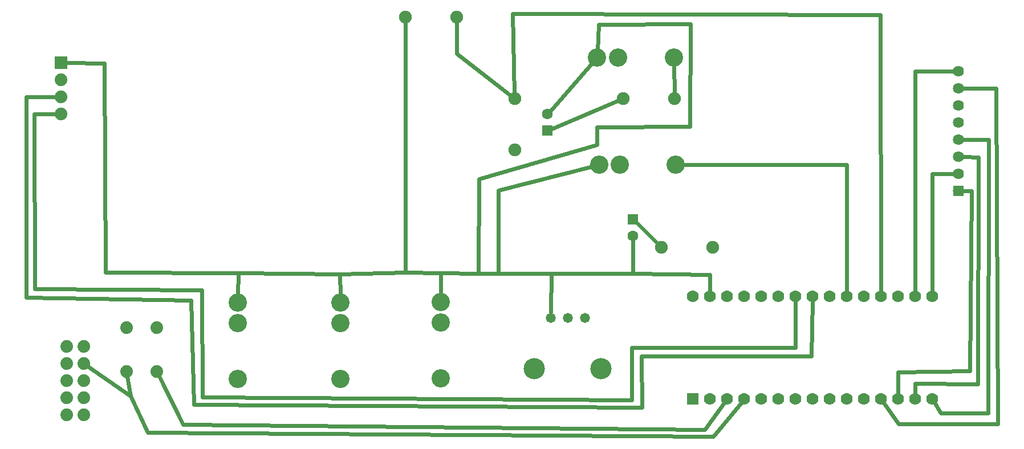
<source format=gtl>
G04 MADE WITH FRITZING*
G04 WWW.FRITZING.ORG*
G04 DOUBLE SIDED*
G04 HOLES PLATED*
G04 CONTOUR ON CENTER OF CONTOUR VECTOR*
%ASAXBY*%
%FSLAX23Y23*%
%MOIN*%
%OFA0B0*%
%SFA1.0B1.0*%
%ADD10C,0.074000*%
%ADD11C,0.075000*%
%ADD12C,0.107087*%
%ADD13C,0.058000*%
%ADD14C,0.058028*%
%ADD15C,0.124033*%
%ADD16C,0.062992*%
%ADD17C,0.073999*%
%ADD18C,0.064000*%
%ADD19C,0.070000*%
%ADD20R,0.062992X0.062992*%
%ADD21R,0.074001X0.074001*%
%ADD22R,0.064000X0.064000*%
%ADD23R,0.070000X0.069972*%
%ADD24C,0.024000*%
%LNCOPPER1*%
G90*
G70*
G54D10*
X655Y480D03*
X655Y736D03*
X833Y480D03*
X833Y736D03*
X655Y480D03*
X655Y736D03*
X833Y480D03*
X833Y736D03*
G54D11*
X3858Y2077D03*
X3558Y2077D03*
G54D12*
X1904Y883D03*
X1904Y761D03*
X1904Y434D03*
X3407Y2316D03*
X3529Y2316D03*
X3856Y2316D03*
X3418Y1689D03*
X3540Y1689D03*
X3867Y1689D03*
X1307Y883D03*
X1307Y761D03*
X1307Y435D03*
X2493Y886D03*
X2493Y764D03*
X2493Y438D03*
G54D13*
X3335Y793D03*
X3235Y793D03*
G54D14*
X3134Y793D03*
G54D15*
X3429Y497D03*
X3040Y497D03*
G54D11*
X2924Y1774D03*
X2924Y2074D03*
G54D16*
X3614Y1370D03*
X3614Y1271D03*
X3116Y1888D03*
X3116Y1986D03*
G54D17*
X272Y2286D03*
X272Y2186D03*
X272Y2086D03*
X272Y1986D03*
G54D10*
X405Y227D03*
X305Y227D03*
X405Y327D03*
X305Y327D03*
X405Y427D03*
X305Y427D03*
X405Y527D03*
X305Y527D03*
X405Y627D03*
X305Y627D03*
X405Y227D03*
X305Y227D03*
X405Y327D03*
X305Y327D03*
X405Y427D03*
X305Y427D03*
X405Y527D03*
X305Y527D03*
X405Y627D03*
X305Y627D03*
G54D18*
X5519Y1534D03*
X5519Y1634D03*
X5519Y1734D03*
X5519Y1834D03*
X5519Y1934D03*
X5519Y2034D03*
X5519Y2134D03*
X5519Y2234D03*
G54D19*
X3966Y318D03*
X4066Y318D03*
X4166Y318D03*
X4266Y318D03*
X4366Y318D03*
X4466Y318D03*
X4566Y318D03*
X4666Y318D03*
X4766Y318D03*
X4866Y318D03*
X4966Y318D03*
X5066Y318D03*
X5166Y318D03*
X5266Y318D03*
X5366Y318D03*
X3966Y918D03*
X4066Y918D03*
X4166Y918D03*
X4266Y918D03*
X4366Y918D03*
X4466Y918D03*
X4566Y918D03*
X4666Y918D03*
X4766Y918D03*
X4866Y918D03*
X4966Y918D03*
X5066Y918D03*
X5166Y918D03*
X5266Y918D03*
X5366Y918D03*
G54D11*
X4083Y1204D03*
X3783Y1204D03*
X2585Y2552D03*
X2285Y2552D03*
G54D20*
X3614Y1370D03*
X3116Y1888D03*
G54D21*
X272Y2286D03*
G54D22*
X5519Y1534D03*
G54D23*
X3966Y318D03*
G54D24*
X4864Y1689D02*
X3908Y1689D01*
D02*
X4866Y947D02*
X4864Y1689D01*
D02*
X3615Y1052D02*
X4066Y1045D01*
D02*
X1309Y1056D02*
X1903Y1050D01*
D02*
X3138Y1052D02*
X3615Y1052D01*
D02*
X2830Y1053D02*
X3138Y1052D01*
D02*
X2493Y1054D02*
X2711Y1052D01*
D02*
X1903Y1050D02*
X2286Y1060D01*
D02*
X3615Y1052D02*
X3615Y1244D01*
D02*
X4066Y1045D02*
X4066Y947D01*
D02*
X524Y2282D02*
X531Y1060D01*
D02*
X531Y1060D02*
X1309Y1056D01*
D02*
X303Y2285D02*
X524Y2282D01*
D02*
X2493Y1054D02*
X2493Y927D01*
D02*
X1903Y1050D02*
X1904Y924D01*
D02*
X1309Y1056D02*
X1307Y924D01*
D02*
X5264Y2236D02*
X5266Y947D01*
D02*
X5488Y2234D02*
X5264Y2236D01*
D02*
X3138Y1052D02*
X3135Y826D01*
D02*
X3134Y2007D02*
X3380Y2285D01*
D02*
X5168Y171D02*
X5083Y294D01*
D02*
X2828Y1538D02*
X3379Y1678D01*
D02*
X5738Y2134D02*
X5749Y171D01*
D02*
X2830Y1053D02*
X2828Y1538D01*
D02*
X5749Y171D02*
X5168Y171D01*
D02*
X5551Y2134D02*
X5738Y2134D01*
D02*
X5364Y1636D02*
X5488Y1634D01*
D02*
X5366Y947D02*
X5364Y1636D01*
D02*
X5166Y477D02*
X5586Y481D01*
D02*
X5636Y1733D02*
X5551Y1734D01*
D02*
X5264Y408D02*
X5633Y406D01*
D02*
X5633Y406D02*
X5636Y1733D01*
D02*
X5594Y1535D02*
X5551Y1534D01*
D02*
X5694Y1834D02*
X5692Y236D01*
D02*
X5551Y1834D02*
X5694Y1834D01*
D02*
X5586Y481D02*
X5594Y1535D01*
D02*
X5166Y347D02*
X5166Y477D01*
D02*
X3609Y313D02*
X1098Y330D01*
D02*
X4564Y619D02*
X3609Y619D01*
D02*
X679Y334D02*
X778Y122D01*
D02*
X4086Y100D02*
X4248Y295D01*
D02*
X778Y122D02*
X4086Y100D01*
D02*
X660Y449D02*
X679Y334D01*
D02*
X4036Y138D02*
X984Y169D01*
D02*
X984Y169D02*
X846Y452D01*
D02*
X4149Y294D02*
X4036Y138D01*
D02*
X1048Y286D02*
X1031Y897D01*
D02*
X1031Y897D02*
X70Y913D01*
D02*
X1098Y330D02*
X1094Y956D01*
D02*
X1094Y956D02*
X120Y963D01*
D02*
X3609Y619D02*
X3609Y313D01*
D02*
X120Y963D02*
X114Y1986D01*
D02*
X114Y1986D02*
X241Y1986D01*
D02*
X4566Y889D02*
X4564Y619D01*
D02*
X4659Y569D02*
X3664Y569D01*
D02*
X3664Y569D02*
X3670Y269D01*
D02*
X3670Y269D02*
X1048Y286D01*
D02*
X4666Y889D02*
X4659Y569D01*
D02*
X70Y913D02*
X70Y2086D01*
D02*
X70Y2086D02*
X241Y2086D01*
D02*
X679Y334D02*
X430Y509D01*
D02*
X3858Y2106D02*
X3856Y2275D01*
D02*
X3141Y1899D02*
X3532Y2066D01*
D02*
X3950Y1913D02*
X3953Y2511D01*
D02*
X2711Y1052D02*
X2714Y1605D01*
D02*
X2714Y1605D02*
X3406Y1805D01*
D02*
X3406Y1805D02*
X3406Y1908D01*
D02*
X3414Y2508D02*
X3409Y2357D01*
D02*
X3406Y1908D02*
X3950Y1913D01*
D02*
X3953Y2511D02*
X3414Y2508D01*
D02*
X2711Y1052D02*
X2830Y1053D01*
D02*
X5414Y236D02*
X5381Y293D01*
D02*
X5692Y236D02*
X5414Y236D01*
D02*
X5264Y408D02*
X5266Y347D01*
D02*
X3634Y1351D02*
X3762Y1224D01*
D02*
X2912Y2571D02*
X5061Y2567D01*
D02*
X2923Y2103D02*
X2912Y2571D01*
D02*
X5061Y2567D02*
X5066Y947D01*
D02*
X2586Y2338D02*
X2585Y2524D01*
D02*
X2286Y1060D02*
X2493Y1054D01*
D02*
X2901Y2092D02*
X2586Y2338D01*
D02*
X2286Y1060D02*
X2285Y2524D01*
G04 End of Copper1*
M02*
</source>
